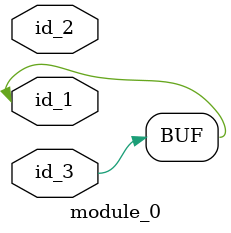
<source format=v>
module module_0 (
    id_1,
    id_2,
    id_3
);
  input id_3;
  input id_2;
  inout id_1;
  assign id_1 = id_3;
endmodule

</source>
